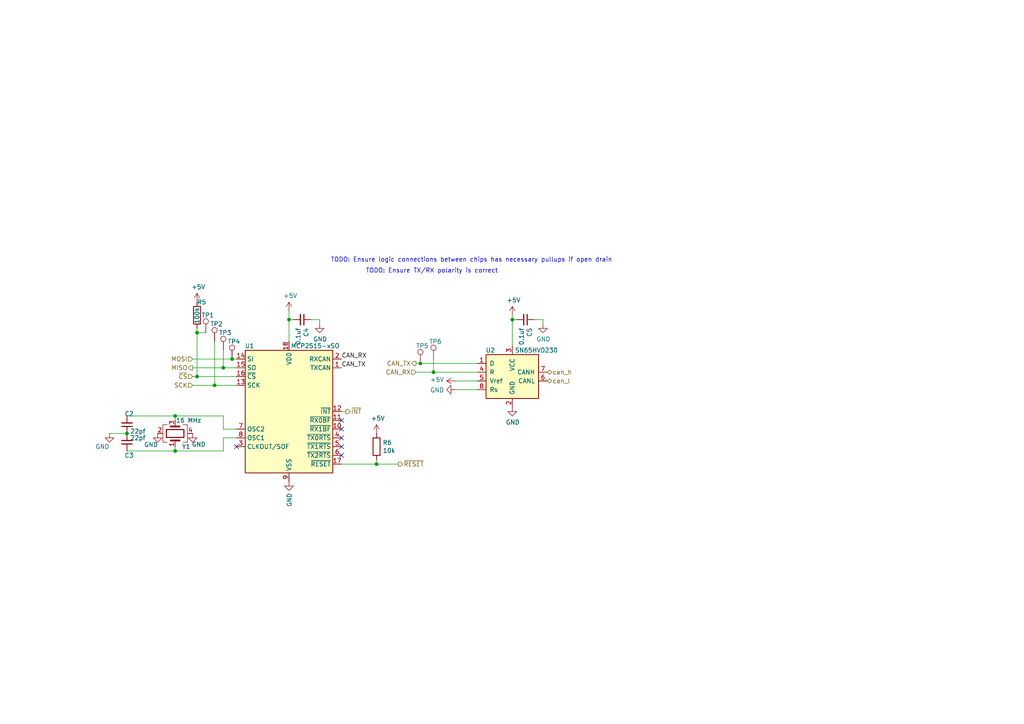
<source format=kicad_sch>
(kicad_sch (version 20211123) (generator eeschema)
  (paper "A4")
  (lib_symbols
    (symbol "Connector:TestPoint" (pin_numbers hide) (pin_names (offset 0.762) hide)
      (property "Reference" "TP" (at 0 6.858 0))
      (property "Value" "TestPoint" (at 0 5.08 0))
      (symbol "TestPoint_0_1"
        (circle (center 0 3.302) (radius 0.762))
      )
      (symbol "TestPoint_1_1"
        (pin passive line (at 0 0 90) (length 2.54) (name "1") (number "1"))
      )
    )
    (symbol "Device:C_Small" (pin_numbers hide) (pin_names (offset 0.254) hide)
      (property "Reference" "C" (at 0.254 1.778 0))
      (property "Value" "C_Small" (at 0.254 -2.032 0))
      (symbol "C_Small_0_1"
        (polyline (pts (xy -1.524 -0.508) (xy 1.524 -0.508)) (stroke (width 0.3302)))
        (polyline (pts (xy -1.524 0.508) (xy 1.524 0.508)) (stroke (width 0.3048)))
      )
      (symbol "C_Small_1_1"
        (pin passive line (at 0 2.54 270) (length 2.032) (name "~") (number "1"))
        (pin passive line (at 0 -2.54 90) (length 2.032) (name "~") (number "2"))
      )
    )
    (symbol "Device:Crystal_GND24" (pin_names (offset 1.016) hide)
      (property "Reference" "Y" (at 3.175 5.08 0))
      (property "Value" "Crystal_GND24" (at 3.175 3.175 0))
      (symbol "Crystal_GND24_0_1"
        (rectangle (start -1.143 2.54) (end 1.143 -2.54) (stroke (width 0.3048)))
        (polyline (pts (xy -2.54 0) (xy -2.032 0)))
        (polyline (pts (xy -2.032 -1.27) (xy -2.032 1.27)) (stroke (width 0.508)))
        (polyline (pts (xy 0 -3.81) (xy 0 -3.556)))
        (polyline (pts (xy 0 3.556) (xy 0 3.81)))
        (polyline (pts (xy 2.032 -1.27) (xy 2.032 1.27)) (stroke (width 0.508)))
        (polyline (pts (xy 2.032 0) (xy 2.54 0)))
        (polyline (pts (xy -2.54 -2.286) (xy -2.54 -3.556) (xy 2.54 -3.556) (xy 2.54 -2.286)))
        (polyline (pts (xy -2.54 2.286) (xy -2.54 3.556) (xy 2.54 3.556) (xy 2.54 2.286)))
      )
      (symbol "Crystal_GND24_1_1"
        (pin passive line (at -3.81 0 0) (length 1.27) (name "1") (number "1"))
        (pin passive line (at 0 5.08 270) (length 1.27) (name "2") (number "2"))
        (pin passive line (at 3.81 0 180) (length 1.27) (name "3") (number "3"))
        (pin passive line (at 0 -5.08 90) (length 1.27) (name "4") (number "4"))
      )
    )
    (symbol "Device:R" (pin_numbers hide) (pin_names (offset 0))
      (property "Reference" "R" (at 2.032 0 90))
      (property "Value" "R" (at 0 0 90))
      (symbol "R_0_1"
        (rectangle (start -1.016 -2.54) (end 1.016 2.54) (stroke (width 0.254)))
      )
      (symbol "R_1_1"
        (pin passive line (at 0 3.81 270) (length 1.27) (name "~") (number "1"))
        (pin passive line (at 0 -3.81 90) (length 1.27) (name "~") (number "2"))
      )
    )
    (symbol "Interface_CAN_LIN:MCP2515-xSO"
      (property "Reference" "U" (at -10.16 19.685 0))
      (property "Value" "MCP2515-xSO" (at 19.05 20.32 0))
      (symbol "MCP2515-xSO_0_1"
        (rectangle (start -12.7 17.78) (end 12.7 -17.78) (stroke (width 0.254)) (fill (type background)))
      )
      (symbol "MCP2515-xSO_1_1"
        (pin output line (at 15.24 12.7 180) (length 2.54) (name "TXCAN") (number "1"))
        (pin output line (at 15.24 -5.08 180) (length 2.54) (name "~{RX1BF}") (number "10"))
        (pin output line (at 15.24 -2.54 180) (length 2.54) (name "~{RX0BF}") (number "11"))
        (pin output line (at 15.24 0 180) (length 2.54) (name "~{INT}") (number "12"))
        (pin input line (at -15.24 7.62 0) (length 2.54) (name "SCK") (number "13"))
        (pin input line (at -15.24 15.24 0) (length 2.54) (name "SI") (number "14"))
        (pin output line (at -15.24 12.7 0) (length 2.54) (name "SO") (number "15"))
        (pin input line (at -15.24 10.16 0) (length 2.54) (name "~{CS}") (number "16"))
        (pin input line (at 15.24 -15.24 180) (length 2.54) (name "~{RESET}") (number "17"))
        (pin power_in line (at 0 20.32 270) (length 2.54) (name "VDD") (number "18"))
        (pin input line (at 15.24 15.24 180) (length 2.54) (name "RXCAN") (number "2"))
        (pin output line (at -15.24 -10.16 0) (length 2.54) (name "CLKOUT/SOF") (number "3"))
        (pin input line (at 15.24 -7.62 180) (length 2.54) (name "~{TX0RTS}") (number "4"))
        (pin input line (at 15.24 -10.16 180) (length 2.54) (name "~{TX1RTS}") (number "5"))
        (pin input line (at 15.24 -12.7 180) (length 2.54) (name "~{TX2RTS}") (number "6"))
        (pin output line (at -15.24 -5.08 0) (length 2.54) (name "OSC2") (number "7"))
        (pin input line (at -15.24 -7.62 0) (length 2.54) (name "OSC1") (number "8"))
        (pin power_in line (at 0 -20.32 90) (length 2.54) (name "VSS") (number "9"))
      )
    )
    (symbol "Interface_CAN_LIN:SN65HVD230" (pin_names (offset 1.016))
      (property "Reference" "U" (at -2.54 10.16 0))
      (property "Value" "SN65HVD230" (at -2.54 7.62 0))
      (symbol "SN65HVD230_0_1"
        (rectangle (start -7.62 5.08) (end 7.62 -7.62) (stroke (width 0.254)) (fill (type background)))
      )
      (symbol "SN65HVD230_1_1"
        (pin input line (at -10.16 2.54 0) (length 2.54) (name "D") (number "1"))
        (pin power_in line (at 0 -10.16 90) (length 2.54) (name "GND") (number "2"))
        (pin power_in line (at 0 7.62 270) (length 2.54) (name "VCC") (number "3"))
        (pin output line (at -10.16 0 0) (length 2.54) (name "R") (number "4"))
        (pin output line (at -10.16 -2.54 0) (length 2.54) (name "Vref") (number "5"))
        (pin bidirectional line (at 10.16 -2.54 180) (length 2.54) (name "CANL") (number "6"))
        (pin bidirectional line (at 10.16 0 180) (length 2.54) (name "CANH") (number "7"))
        (pin input line (at -10.16 -5.08 0) (length 2.54) (name "Rs") (number "8"))
      )
    )
    (symbol "power:+5V" (power) (pin_names (offset 0))
      (property "Value" "+5V" (at 0 3.556 0))
      (symbol "+5V_0_1"
        (polyline (pts (xy -0.762 1.27) (xy 0 2.54)))
        (polyline (pts (xy 0 0) (xy 0 2.54)))
        (polyline (pts (xy 0 2.54) (xy 0.762 1.27)))
      )
      (symbol "+5V_1_1"
        (pin power_in line (at 0 0 90) (length 0) hide (name "+5V") (number "1"))
      )
    )
    (symbol "power:GND" (power) (pin_names (offset 0))
      (property "Value" "GND" (at 0 -3.81 0))
      (symbol "GND_0_1"
        (polyline (pts (xy 0 0) (xy 0 -1.27) (xy 1.27 -1.27) (xy 0 -2.54) (xy -1.27 -1.27) (xy 0 -1.27)))
      )
      (symbol "GND_1_1"
        (pin power_in line (at 0 0 270) (length 0) hide (name "GND") (number "1"))
      )
    )
  )
  (junction (at 57.15 109.22))
  (junction (at 57.15 96.52))
  (junction (at 109.22 134.62))
  (junction (at 125.73 107.95))
  (junction (at 148.59 92.71))
  (junction (at 64.77 106.68))
  (junction (at 62.23 111.76))
  (junction (at 50.8 130.81))
  (junction (at 36.83 125.73))
  (junction (at 121.92 105.41))
  (junction (at 67.31 104.14))
  (junction (at 50.8 120.65))
  (junction (at 83.82 92.71))
  (no_connect (at 99.06 127))
  (no_connect (at 99.06 132.08))
  (no_connect (at 99.06 124.46))
  (no_connect (at 68.58 129.54))
  (no_connect (at 99.06 121.92))
  (no_connect (at 99.06 129.54))
  (wire (pts (xy 62.23 99.06) (xy 62.23 111.76)))
  (wire (pts (xy 36.83 120.65) (xy 50.8 120.65)))
  (wire (pts (xy 148.59 92.71) (xy 148.59 100.33)))
  (wire (pts (xy 125.73 107.95) (xy 138.43 107.95)))
  (wire (pts (xy 50.8 120.65) (xy 64.77 120.65)))
  (wire (pts (xy 121.92 105.41) (xy 138.43 105.41)))
  (wire (pts (xy 55.88 111.76) (xy 62.23 111.76)))
  (wire (pts (xy 55.88 104.14) (xy 67.31 104.14)))
  (wire (pts (xy 138.43 113.03) (xy 132.08 113.03)))
  (wire (pts (xy 132.08 110.49) (xy 138.43 110.49)))
  (wire (pts (xy 55.88 106.68) (xy 64.77 106.68)))
  (wire (pts (xy 92.71 92.71) (xy 90.17 92.71)))
  (wire (pts (xy 64.77 120.65) (xy 64.77 124.46)))
  (wire (pts (xy 50.8 129.54) (xy 50.8 130.81)))
  (wire (pts (xy 64.77 124.46) (xy 68.58 124.46)))
  (wire (pts (xy 92.71 93.98) (xy 92.71 92.71)))
  (wire (pts (xy 31.75 125.73) (xy 36.83 125.73)))
  (wire (pts (xy 85.09 92.71) (xy 83.82 92.71)))
  (wire (pts (xy 55.88 109.22) (xy 57.15 109.22)))
  (wire (pts (xy 67.31 104.14) (xy 68.58 104.14)))
  (wire (pts (xy 64.77 127) (xy 68.58 127)))
  (wire (pts (xy 157.48 92.71) (xy 154.94 92.71)))
  (wire (pts (xy 157.48 93.98) (xy 157.48 92.71)))
  (wire (pts (xy 109.22 134.62) (xy 115.57 134.62)))
  (wire (pts (xy 62.23 111.76) (xy 68.58 111.76)))
  (wire (pts (xy 64.77 130.81) (xy 64.77 127)))
  (wire (pts (xy 59.69 96.52) (xy 57.15 96.52)))
  (wire (pts (xy 120.65 105.41) (xy 121.92 105.41)))
  (wire (pts (xy 148.59 92.71) (xy 149.86 92.71)))
  (wire (pts (xy 64.77 106.68) (xy 68.58 106.68)))
  (wire (pts (xy 57.15 96.52) (xy 57.15 109.22)))
  (wire (pts (xy 83.82 90.17) (xy 83.82 92.71)))
  (wire (pts (xy 83.82 92.71) (xy 83.82 99.06)))
  (wire (pts (xy 50.8 121.92) (xy 50.8 120.65)))
  (wire (pts (xy 57.15 109.22) (xy 68.58 109.22)))
  (wire (pts (xy 64.77 101.6) (xy 64.77 106.68)))
  (wire (pts (xy 109.22 133.35) (xy 109.22 134.62)))
  (wire (pts (xy 57.15 95.25) (xy 57.15 96.52)))
  (wire (pts (xy 99.06 134.62) (xy 109.22 134.62)))
  (wire (pts (xy 148.59 91.44) (xy 148.59 92.71)))
  (wire (pts (xy 125.73 104.14) (xy 125.73 107.95)))
  (wire (pts (xy 120.65 107.95) (xy 125.73 107.95)))
  (wire (pts (xy 36.83 130.81) (xy 50.8 130.81)))
  (wire (pts (xy 99.06 119.38) (xy 100.33 119.38)))
  (wire (pts (xy 50.8 130.81) (xy 64.77 130.81)))
  (text "TODO: Ensure logic connections between chips has necessary pullups if open drain" (at 95.885 76.2 0) (effects (font (size 1.27 1.27)) (justify left bottom)))
  (text "TODO: Ensure TX/RX polarity is correct" (at 106.045 79.375 0) (effects (font (size 1.27 1.27)) (justify left bottom)))
  (label "CAN_TX" (at 99.06 106.68 0))
  (label "CAN_RX" (at 99.06 104.14 0))
  (hierarchical_label "can_h" (shape bidirectional) (at 158.75 107.95 0))
  (hierarchical_label "~{CS}" (shape input) (at 55.88 109.22 180))
  (hierarchical_label "~{RESET}" (shape output) (at 115.57 134.62 0))
  (hierarchical_label "CAN_RX" (shape input) (at 120.65 107.95 180))
  (hierarchical_label "MISO" (shape output) (at 55.88 106.68 180))
  (hierarchical_label "SCK" (shape input) (at 55.88 111.76 180))
  (hierarchical_label "~{INT}" (shape output) (at 100.33 119.38 0))
  (hierarchical_label "CAN_TX" (shape output) (at 120.65 105.41 180))
  (hierarchical_label "MOSI" (shape input) (at 55.88 104.14 180))
  (hierarchical_label "can_l" (shape bidirectional) (at 158.75 110.49 0))
  (symbol (lib_id "Device:C_Small") (at 152.4 92.71 270) (unit 1)
    (property "Reference" "C5" (at 153.5684 95.0468 0) (effects (justify left)))
    (property "Value" "0.1uf" (at 151.257 95.0468 0) (effects (justify left)))
    (property "Footprint" "Capacitor_SMD:C_0603_1608Metric_Pad1.08x0.95mm_HandSolder" (effects hide))
    (property "Manufacturer" "." (effects hide))
    (property "Part Number" "." (effects hide))
    (property "Description" "CAP CER 0.1UF 25V X7R 0603" (effects hide))
    (property "Package" "0603" (effects hide))
  )
  (symbol (lib_id "power:GND") (at 148.59 118.11 0) (unit 1)
    (property "Reference" "#PWR028" (effects hide))
    (property "Value" "GND" (at 148.717 122.5042 0))
  )
  (symbol (lib_id "power:GND") (at 157.48 93.98 0) (unit 1)
    (property "Reference" "#PWR029" (effects hide))
    (property "Value" "GND" (at 157.607 98.3742 0))
  )
  (symbol (lib_id "power:GND") (at 132.08 113.03 270) (unit 1)
    (property "Reference" "#PWR026" (effects hide))
    (property "Value" "GND" (at 128.8288 113.157 90) (effects (justify right)))
  )
  (symbol (lib_id "Interface_CAN_LIN:MCP2515-xSO") (at 83.82 119.38 0) (unit 1)
    (property "Reference" "U1" (at 72.39 100.33 0))
    (property "Value" "MCP2515-xSO" (at 91.44 100.33 0))
    (property "Footprint" "Package_SO:SOIC-18W_7.5x11.6mm_P1.27mm" (effects hide))
    (property "Datasheet" "https://datasheet.lcsc.com/lcsc/1806140324_Microchip-Tech-MCP2515T-I-SO_C153782.pdf" (effects hide))
    (property "Manufacturer" "Microchip Tech" (effects hide))
    (property "Part Number" "MCP2515T-I/SO" (effects hide))
    (property "Description" "Controller CAN SOIC-18 CAN ICs RoHS" (effects hide))
    (property "Package" "SOIC-18" (effects hide))
  )
  (symbol (lib_id "Interface_CAN_LIN:SN65HVD230") (at 148.59 107.95 0) (unit 1)
    (property "Reference" "U2" (at 142.24 101.6 0))
    (property "Value" "SN65HVD230" (at 155.575 101.6 0))
    (property "Footprint" "Package_SO:SOIC-8_3.9x4.9mm_P1.27mm" (effects hide))
    (property "Datasheet" "http://www.ti.com/lit/ds/symlink/sn65hvd230.pdf" (effects hide))
    (property "Manufacturer" "Texas Instruments" (effects hide))
    (property "Part Number" "SN65HVD230DR" (effects hide))
    (property "Description" "Transceiver CAN 1/1 1Mbps SOIC-8_150mil CAN ICs RoHS" (effects hide))
    (property "Package" "SOIC-8" (effects hide))
  )
  (symbol (lib_id "Device:Crystal_GND24") (at 50.8 125.73 90) (unit 1)
    (property "Reference" "Y1" (at 55.245 129.54 90) (effects (justify left)))
    (property "Value" "16 MHz" (at 58.42 121.92 90) (effects (justify left)))
    (property "Footprint" "Crystal:Crystal_SMD_3225-4Pin_3.2x2.5mm_HandSoldering" (effects hide))
    (property "Datasheet" "https://datasheet.lcsc.com/szlcsc/Yangxing-Tech-X322516MLB4SI_C13738.pdf" (effects hide))
    (property "Manufacturer" "Yangxing Tech" (effects hide))
    (property "Part Number" "X322516MLB4SI" (effects hide))
    (property "Description" "SMD Crystal Resonators 16MHz ±10ppm SMD-3225_4P RoHS" (effects hide))
    (property "Package" "SMD-3225_4P" (effects hide))
  )
  (symbol (lib_id "power:GND") (at 83.82 139.7 0) (unit 1)
    (property "Reference" "#PWR022" (effects hide))
    (property "Value" "GND" (at 83.947 142.9512 90) (effects (justify right)))
  )
  (symbol (lib_id "power:GND") (at 45.72 125.73 0) (unit 1)
    (property "Reference" "#PWR018" (effects hide))
    (property "Value" "GND" (at 45.847 128.9812 0) (effects (justify right)))
  )
  (symbol (lib_id "power:GND") (at 55.88 125.73 0) (unit 1)
    (property "Reference" "#PWR019" (effects hide))
    (property "Value" "GND" (at 59.69 128.905 0) (effects (justify right)))
  )
  (symbol (lib_id "Device:C_Small") (at 36.83 123.19 180) (unit 1)
    (property "Reference" "C2" (at 37.465 120.015 0))
    (property "Value" "22pf" (at 40.005 125.095 0))
    (property "Footprint" "Capacitor_SMD:C_0603_1608Metric_Pad1.08x0.95mm_HandSolder" (effects hide))
    (property "Manufacturer" "." (effects hide))
    (property "Part Number" "." (effects hide))
    (property "Description" "CAP CER 22PF 25V X7R 0603" (effects hide))
    (property "Package" "0603" (effects hide))
  )
  (symbol (lib_id "Device:C_Small") (at 36.83 128.27 180) (unit 1)
    (property "Reference" "C3" (at 37.465 132.08 0))
    (property "Value" "22pf" (at 40.005 127 0))
    (property "Footprint" "Capacitor_SMD:C_0603_1608Metric_Pad1.08x0.95mm_HandSolder" (effects hide))
    (property "Manufacturer" "." (effects hide))
    (property "Part Number" "." (effects hide))
    (property "Description" "CAP CER 22PF 25V X7R 0603" (effects hide))
    (property "Package" "0603" (effects hide))
  )
  (symbol (lib_id "power:GND") (at 31.75 125.73 0) (unit 1)
    (property "Reference" "#PWR017" (effects hide))
    (property "Value" "GND" (at 31.75 129.54 0) (effects (justify right)))
  )
  (symbol (lib_id "Connector:TestPoint") (at 67.31 104.14 0) (unit 1)
    (property "Reference" "TP4" (at 66.04 99.06 0) (effects (justify left)))
    (property "Value" "TestPoint" (effects hide))
    (property "Footprint" "TestPoint:TestPoint_THTPad_D1.0mm_Drill0.5mm" (effects hide))
  )
  (symbol (lib_id "Device:C_Small") (at 87.63 92.71 270) (unit 1)
    (property "Reference" "C4" (at 88.7984 95.0468 0) (effects (justify left)))
    (property "Value" "0.1uf" (at 86.487 95.0468 0) (effects (justify left)))
    (property "Footprint" "Capacitor_SMD:C_0603_1608Metric_Pad1.08x0.95mm_HandSolder" (effects hide))
    (property "Manufacturer" "." (effects hide))
    (property "Part Number" "." (effects hide))
    (property "Description" "CAP CER 0.1UF 25V X7R 0603" (effects hide))
    (property "Package" "0603" (effects hide))
  )
  (symbol (lib_id "power:GND") (at 92.71 93.98 0) (unit 1)
    (property "Reference" "#PWR023" (effects hide))
    (property "Value" "GND" (at 92.837 98.3742 0))
  )
  (symbol (lib_id "power:+5V") (at 148.59 91.44 0) (unit 1)
    (property "Reference" "#PWR027" (effects hide))
    (property "Value" "+5V" (at 148.971 87.0458 0))
  )
  (symbol (lib_id "power:+5V") (at 132.08 110.49 90) (unit 1)
    (property "Reference" "#PWR025" (effects hide))
    (property "Value" "+5V" (at 128.8288 110.109 90) (effects (justify left)))
  )
  (symbol (lib_id "power:+5V") (at 83.82 90.17 0) (unit 1)
    (property "Reference" "#PWR021" (effects hide))
    (property "Value" "+5V" (at 84.201 85.7758 0))
  )
  (symbol (lib_id "Device:R") (at 57.15 91.44 0) (unit 1)
    (property "Reference" "R5" (at 57.15 87.63 0) (effects (justify left)))
    (property "Value" "100k" (at 57.15 93.98 90) (effects (justify left)))
    (property "Footprint" "Resistor_SMD:R_0603_1608Metric_Pad0.98x0.95mm_HandSolder" (effects hide))
  )
  (symbol (lib_id "power:+5V") (at 57.15 87.63 0) (unit 1)
    (property "Reference" "#PWR020" (effects hide))
    (property "Value" "+5V" (at 57.531 83.2358 0))
  )
  (symbol (lib_id "Connector:TestPoint") (at 64.77 101.6 0) (unit 1)
    (property "Reference" "TP3" (at 63.5 96.52 0) (effects (justify left)))
    (property "Value" "TestPoint" (effects hide))
    (property "Footprint" "TestPoint:TestPoint_THTPad_D1.0mm_Drill0.5mm" (effects hide))
  )
  (symbol (lib_id "Connector:TestPoint") (at 62.23 99.06 0) (unit 1)
    (property "Reference" "TP2" (at 60.96 93.98 0) (effects (justify left)))
    (property "Value" "TestPoint" (effects hide))
    (property "Footprint" "TestPoint:TestPoint_THTPad_D1.0mm_Drill0.5mm" (effects hide))
  )
  (symbol (lib_id "Connector:TestPoint") (at 59.69 96.52 0) (unit 1)
    (property "Reference" "TP1" (at 58.42 91.44 0) (effects (justify left)))
    (property "Value" "TestPoint" (effects hide))
    (property "Footprint" "TestPoint:TestPoint_THTPad_D1.0mm_Drill0.5mm" (effects hide))
  )
  (symbol (lib_id "Connector:TestPoint") (at 121.92 105.41 0) (unit 1)
    (property "Reference" "TP5" (at 120.65 100.33 0) (effects (justify left)))
    (property "Value" "TestPoint" (effects hide))
    (property "Footprint" "TestPoint:TestPoint_THTPad_D1.0mm_Drill0.5mm" (effects hide))
  )
  (symbol (lib_id "Connector:TestPoint") (at 125.73 104.14 0) (unit 1)
    (property "Reference" "TP6" (at 124.46 99.06 0) (effects (justify left)))
    (property "Value" "TestPoint" (effects hide))
    (property "Footprint" "TestPoint:TestPoint_THTPad_D1.0mm_Drill0.5mm" (effects hide))
  )
  (symbol (lib_id "power:+5V") (at 109.22 125.73 0) (unit 1)
    (property "Reference" "#PWR024" (effects hide))
    (property "Value" "+5V" (at 109.601 121.3358 0))
  )
  (symbol (lib_id "Device:R") (at 109.22 129.54 0) (unit 1)
    (property "Reference" "R6" (at 110.998 128.3716 0) (effects (justify left)))
    (property "Value" "10k" (at 110.998 130.683 0) (effects (justify left)))
  )
)
</source>
